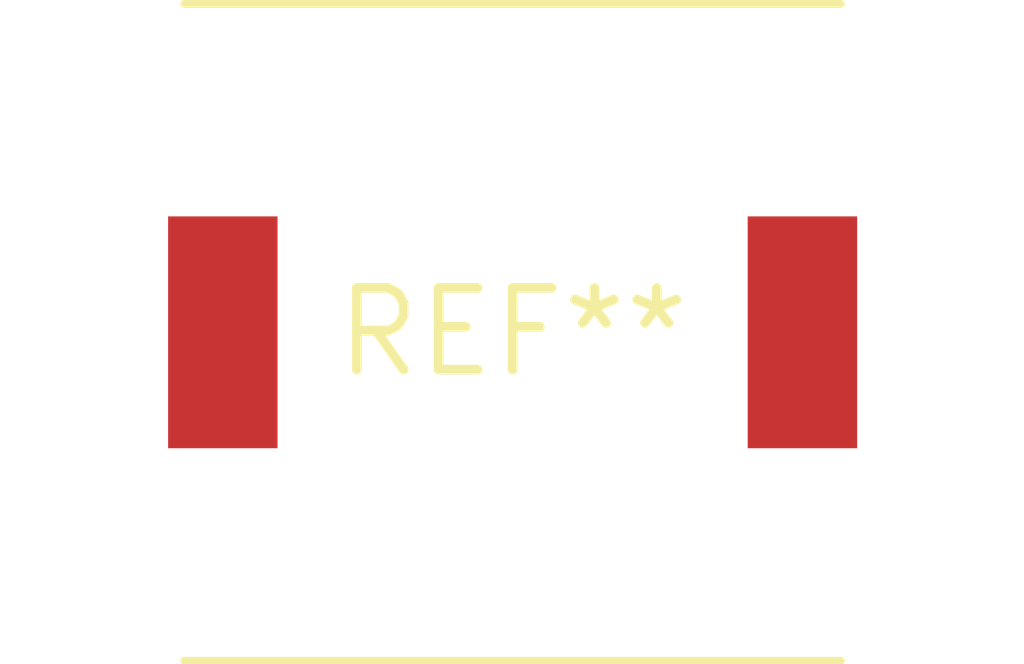
<source format=kicad_pcb>
(kicad_pcb (version 20240108) (generator pcbnew)
  (layers (0 "F.Cu" signal) (31 "B.Cu" signal) (34 "B.Paste" user) (35 "F.Paste" user) (36 "B.SilkS" user "B.Silkscreen") (37 "F.SilkS" user "F.Silkscreen") (38 "B.Mask" user) (39 "F.Mask" user) (44 "Edge.Cuts" user))
  (net 0 "")
  (footprint "L_TDK_VLF10040" (layer "F.Cu") (at 0 0)
    (property "Reference" "REF**")
    (property "Value" "L_TDK_VLF10040")
    (fp_line (start -5.1 -5.1) (end 5.1 -5.1) (layer "F.SilkS") (stroke (width 0.12)))
    (fp_line (start -5.1 5.1) (end 5.1 5.1) (layer "F.SilkS") (stroke (width 0.12)))
    (pad "1" smd rect (at -4.5 0) (size 1.7 3.6) (layers "F.Cu" "F.Paste" "F.Mask"))
    (pad "2" smd rect (at 4.5 0) (size 1.7 3.6) (layers "F.Cu" "F.Paste" "F.Mask"))
  )
)
</source>
